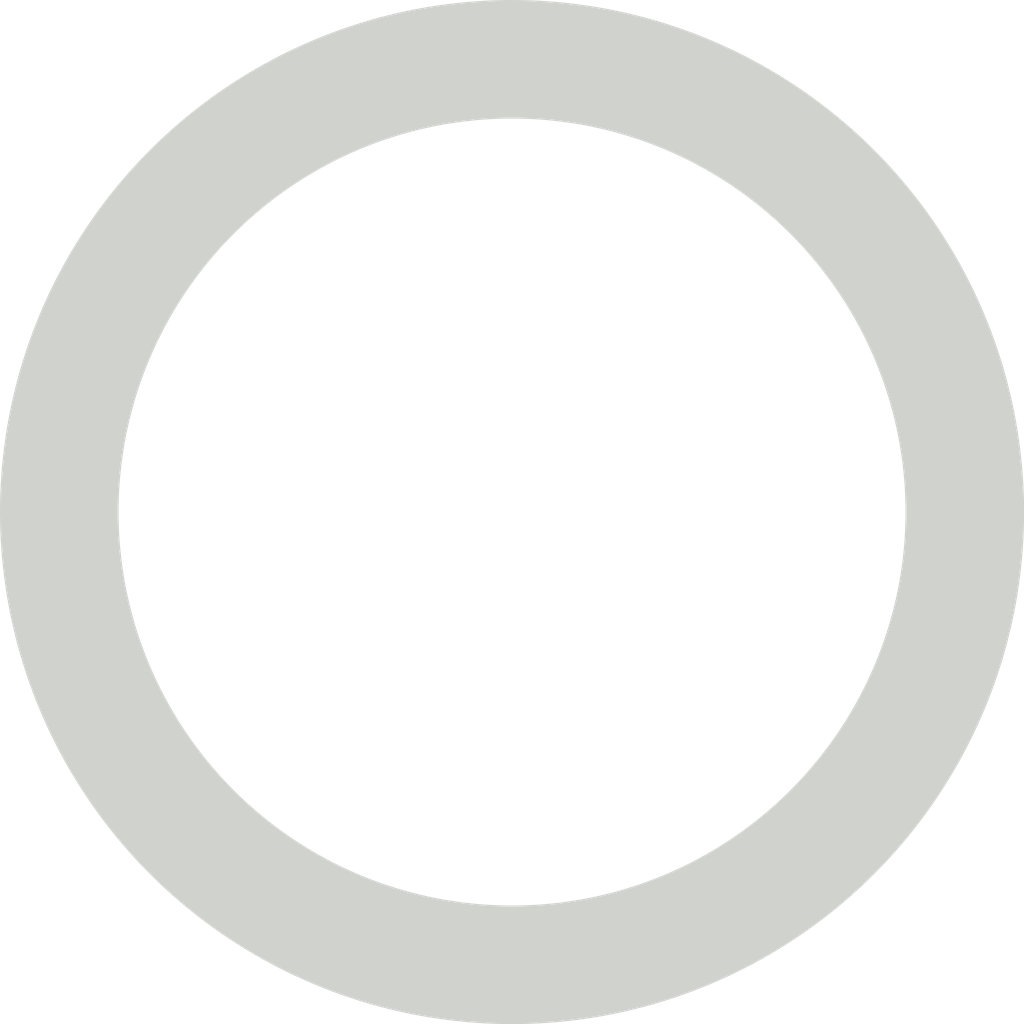
<source format=kicad_pcb>
(kicad_pcb (version 3) (host pcbnew "(2013-08-24 BZR 4298)-stable")

  (general
    (links 0)
    (no_connects 0)
    (area 74.253739 74.253739 125.746261 125.746261)
    (thickness 1.6)
    (drawings 1)
    (tracks 0)
    (zones 0)
    (modules 0)
    (nets 1)
  )

  (page USLetter)
  (layers
    (15 F.Cu signal)
    (0 B.Cu signal)
    (16 B.Adhes user)
    (17 F.Adhes user)
    (18 B.Paste user)
    (19 F.Paste user)
    (20 B.SilkS user)
    (21 F.SilkS user)
    (22 B.Mask user)
    (23 F.Mask user)
    (24 Dwgs.User user)
    (25 Cmts.User user)
    (26 Eco1.User user)
    (27 Eco2.User user)
    (28 Edge.Cuts user)
  )

  (setup
    (last_trace_width 0.254)
    (trace_clearance 0.254)
    (zone_clearance 0.508)
    (zone_45_only no)
    (trace_min 0.254)
    (segment_width 0.2)
    (edge_width 1.5)
    (via_size 0.889)
    (via_drill 0.635)
    (via_min_size 0.889)
    (via_min_drill 0.508)
    (uvia_size 0.508)
    (uvia_drill 0.127)
    (uvias_allowed no)
    (uvia_min_size 0.508)
    (uvia_min_drill 0.127)
    (pcb_text_width 0.3)
    (pcb_text_size 1.5 1.5)
    (mod_edge_width 0.15)
    (mod_text_size 1 1)
    (mod_text_width 0.15)
    (pad_size 1.5 1.5)
    (pad_drill 0.6)
    (pad_to_mask_clearance 0)
    (aux_axis_origin 0 0)
    (visible_elements 7FFFFFFF)
    (pcbplotparams
      (layerselection 268435456)
      (usegerberextensions true)
      (excludeedgelayer true)
      (linewidth 0.150000)
      (plotframeref false)
      (viasonmask false)
      (mode 1)
      (useauxorigin false)
      (hpglpennumber 1)
      (hpglpenspeed 20)
      (hpglpendiameter 15)
      (hpglpenoverlay 2)
      (psnegative false)
      (psa4output false)
      (plotreference true)
      (plotvalue true)
      (plotothertext true)
      (plotinvisibletext false)
      (padsonsilk false)
      (subtractmaskfromsilk false)
      (outputformat 1)
      (mirror false)
      (drillshape 0)
      (scaleselection 1)
      (outputdirectory ""))
  )

  (net 0 "")

  (net_class Default "This is the default net class."
    (clearance 0.254)
    (trace_width 0.254)
    (via_dia 0.889)
    (via_drill 0.635)
    (uvia_dia 0.508)
    (uvia_drill 0.127)
    (add_net "")
  )

  (gr_circle (center 100 100) (end 104.05 104.05) (layer Edge.Cuts) (width 1.5))

)

</source>
